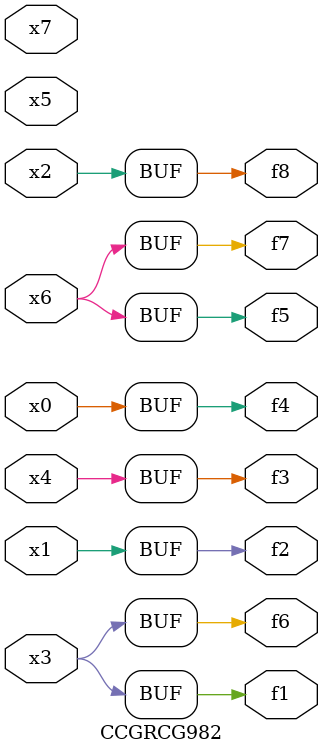
<source format=v>
module CCGRCG982(
	input x0, x1, x2, x3, x4, x5, x6, x7,
	output f1, f2, f3, f4, f5, f6, f7, f8
);
	assign f1 = x3;
	assign f2 = x1;
	assign f3 = x4;
	assign f4 = x0;
	assign f5 = x6;
	assign f6 = x3;
	assign f7 = x6;
	assign f8 = x2;
endmodule

</source>
